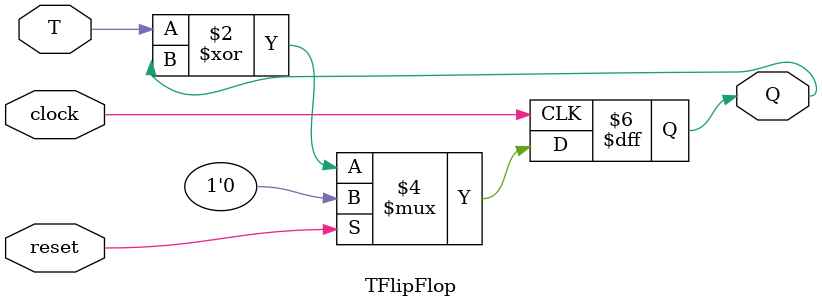
<source format=v>
module part1(Clock, Enable, Reset, CounterValue);
input Clock, Enable, Reset;
output [7:0]CounterValue;
wire [6:0]AndGate;

TFlipFlop u0(.clock(Clock), .reset(Reset), .T(Enable), .Q(CounterValue[0]));

assign AndGate[0] = Enable & CounterValue[0];
TFlipFlop u1(.clock(Clock), .reset(Reset), .T(AndGate [0]) , .Q(CounterValue[1]));

assign AndGate[1] = AndGate[0] & CounterValue[1];
TFlipFlop u2(.clock(Clock), .reset(Reset), .T(AndGate[1]) , .Q(CounterValue[2]));

assign AndGate[2] = AndGate[1] & CounterValue[2];
TFlipFlop u3(.clock(Clock), .reset(Reset), .T(AndGate[2]) , .Q(CounterValue[3]));

assign AndGate[3] = AndGate[2] & CounterValue[3];
TFlipFlop u4(.clock(Clock), .reset(Reset), .T(AndGate[3]) , .Q(CounterValue[4]));

assign AndGate[4] = AndGate[3] & CounterValue[4];
TFlipFlop u5(.clock(Clock), .reset(Reset), .T(AndGate[4]) , .Q(CounterValue[5]));

assign AndGate[5] = AndGate[4] & CounterValue[5];
TFlipFlop u6(.clock(Clock), .reset(Reset), .T(AndGate[5]) , .Q(CounterValue[6]));

assign AndGate[6] = AndGate[5] & CounterValue[6];
TFlipFlop u7(.clock(Clock), .reset(Reset), .T(AndGate[6]) , .Q(CounterValue[7]));
endmodule

module TFlipFlop(clock, reset, T, Q);
input T, clock, reset;
output reg Q;
always@(posedge clock)
begin
if(reset)
Q <= 1'b0;
else
Q <= T^Q;
end 
endmodule



</source>
